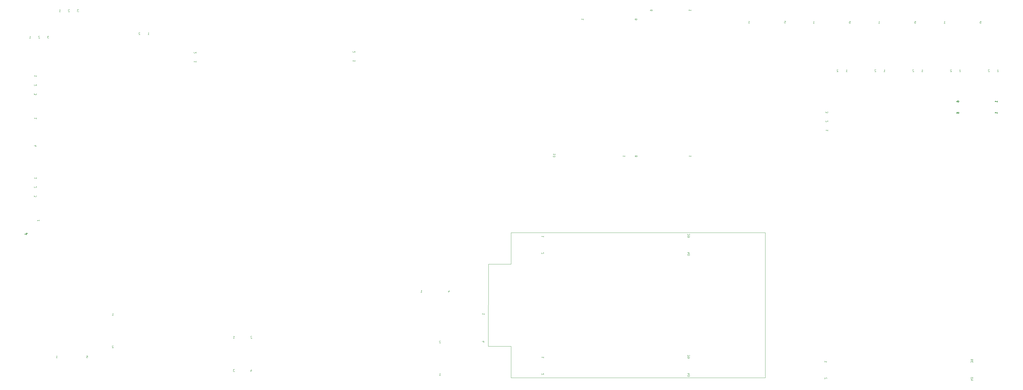
<source format=gbr>
%TF.GenerationSoftware,KiCad,Pcbnew,(5.1.9-16-g1737927814)-1*%
%TF.CreationDate,2021-03-30T16:26:50-04:00*%
%TF.ProjectId,Ventilator,56656e74-696c-4617-946f-722e6b696361,A*%
%TF.SameCoordinates,Original*%
%TF.FileFunction,Legend,Bot*%
%TF.FilePolarity,Positive*%
%FSLAX46Y46*%
G04 Gerber Fmt 4.6, Leading zero omitted, Abs format (unit mm)*
G04 Created by KiCad (PCBNEW (5.1.9-16-g1737927814)-1) date 2021-03-30 16:26:50*
%MOMM*%
%LPD*%
G01*
G04 APERTURE LIST*
%ADD10C,0.050000*%
%ADD11C,0.120000*%
%ADD12C,0.150000*%
G04 APERTURE END LIST*
D10*
%TO.C,H15*%
X269415000Y-173101000D02*
X269415000Y-125101000D01*
X269415000Y-173101000D02*
X185415000Y-173101000D01*
X269415000Y-125101000D02*
X185415000Y-125101000D01*
X185415000Y-125101000D02*
X185415000Y-135501000D01*
X185415000Y-173101000D02*
X185415000Y-162701000D01*
X185415000Y-162701000D02*
X177915000Y-162701000D01*
X185415000Y-135523000D02*
X177915000Y-135523000D01*
X177903000Y-162701000D02*
X177915000Y-135523000D01*
%TO.C,J40*%
D11*
X340333333Y-55116666D02*
X340666666Y-55116666D01*
X340700000Y-55450000D01*
X340666666Y-55416666D01*
X340600000Y-55383333D01*
X340433333Y-55383333D01*
X340366666Y-55416666D01*
X340333333Y-55450000D01*
X340300000Y-55516666D01*
X340300000Y-55683333D01*
X340333333Y-55750000D01*
X340366666Y-55783333D01*
X340433333Y-55816666D01*
X340600000Y-55816666D01*
X340666666Y-55783333D01*
X340700000Y-55750000D01*
X328400000Y-55816666D02*
X328800000Y-55816666D01*
X328600000Y-55816666D02*
X328600000Y-55116666D01*
X328666666Y-55216666D01*
X328733333Y-55283333D01*
X328800000Y-55316666D01*
%TO.C,J41*%
X318733333Y-55116666D02*
X319066666Y-55116666D01*
X319100000Y-55450000D01*
X319066666Y-55416666D01*
X319000000Y-55383333D01*
X318833333Y-55383333D01*
X318766666Y-55416666D01*
X318733333Y-55450000D01*
X318700000Y-55516666D01*
X318700000Y-55683333D01*
X318733333Y-55750000D01*
X318766666Y-55783333D01*
X318833333Y-55816666D01*
X319000000Y-55816666D01*
X319066666Y-55783333D01*
X319100000Y-55750000D01*
X306800000Y-55816666D02*
X307200000Y-55816666D01*
X307000000Y-55816666D02*
X307000000Y-55116666D01*
X307066666Y-55216666D01*
X307133333Y-55283333D01*
X307200000Y-55316666D01*
%TO.C,J42*%
X297133333Y-55116666D02*
X297466666Y-55116666D01*
X297500000Y-55450000D01*
X297466666Y-55416666D01*
X297400000Y-55383333D01*
X297233333Y-55383333D01*
X297166666Y-55416666D01*
X297133333Y-55450000D01*
X297100000Y-55516666D01*
X297100000Y-55683333D01*
X297133333Y-55750000D01*
X297166666Y-55783333D01*
X297233333Y-55816666D01*
X297400000Y-55816666D01*
X297466666Y-55783333D01*
X297500000Y-55750000D01*
X285200000Y-55816666D02*
X285600000Y-55816666D01*
X285400000Y-55816666D02*
X285400000Y-55116666D01*
X285466666Y-55216666D01*
X285533333Y-55283333D01*
X285600000Y-55316666D01*
%TO.C,J43*%
X275733333Y-55066666D02*
X276066666Y-55066666D01*
X276100000Y-55400000D01*
X276066666Y-55366666D01*
X276000000Y-55333333D01*
X275833333Y-55333333D01*
X275766666Y-55366666D01*
X275733333Y-55400000D01*
X275700000Y-55466666D01*
X275700000Y-55633333D01*
X275733333Y-55700000D01*
X275766666Y-55733333D01*
X275833333Y-55766666D01*
X276000000Y-55766666D01*
X276066666Y-55733333D01*
X276100000Y-55700000D01*
X263800000Y-55766666D02*
X264200000Y-55766666D01*
X264000000Y-55766666D02*
X264000000Y-55066666D01*
X264066666Y-55166666D01*
X264133333Y-55233333D01*
X264200000Y-55266666D01*
%TO.C,J10*%
X176100000Y-161233333D02*
X176566666Y-161233333D01*
X175833333Y-161066666D02*
X176333333Y-160900000D01*
X176333333Y-161333333D01*
X176566666Y-152200000D02*
X176566666Y-151800000D01*
X176566666Y-152000000D02*
X175866666Y-152000000D01*
X175966666Y-151933333D01*
X176033333Y-151866666D01*
X176066666Y-151800000D01*
%TO.C,J38*%
D12*
X25085714Y-125309523D02*
X25752380Y-125309523D01*
X24704761Y-125547619D02*
X25419047Y-125785714D01*
X25419047Y-125166666D01*
D11*
X29566666Y-120800000D02*
X29566666Y-121200000D01*
X29566666Y-121000000D02*
X28866666Y-121000000D01*
X28966666Y-121066666D01*
X29033333Y-121133333D01*
X29066666Y-121200000D01*
%TO.C,J39*%
X164716666Y-144350000D02*
X164716666Y-144816666D01*
X164883333Y-144083333D02*
X165050000Y-144583333D01*
X164616666Y-144583333D01*
X155550000Y-144816666D02*
X155950000Y-144816666D01*
X155750000Y-144816666D02*
X155750000Y-144116666D01*
X155816666Y-144216666D01*
X155883333Y-144283333D01*
X155950000Y-144316666D01*
%TO.C,J49*%
X28100000Y-96483333D02*
X28566666Y-96483333D01*
X27833333Y-96316666D02*
X28333333Y-96150000D01*
X28333333Y-96583333D01*
X28566666Y-87450000D02*
X28566666Y-87050000D01*
X28566666Y-87250000D02*
X27866666Y-87250000D01*
X27966666Y-87183333D01*
X28033333Y-87116666D01*
X28066666Y-87050000D01*
%TO.C,J1*%
X32683334Y-60011667D02*
X32250001Y-60011667D01*
X32483334Y-60278334D01*
X32383334Y-60278334D01*
X32316667Y-60311667D01*
X32283334Y-60345001D01*
X32250001Y-60411667D01*
X32250001Y-60578334D01*
X32283334Y-60645001D01*
X32316667Y-60678334D01*
X32383334Y-60711667D01*
X32583334Y-60711667D01*
X32650001Y-60678334D01*
X32683334Y-60645001D01*
X29650001Y-60078334D02*
X29616667Y-60045001D01*
X29550001Y-60011667D01*
X29383334Y-60011667D01*
X29316667Y-60045001D01*
X29283334Y-60078334D01*
X29250001Y-60145001D01*
X29250001Y-60211667D01*
X29283334Y-60311667D01*
X29683334Y-60711667D01*
X29250001Y-60711667D01*
X26250001Y-60711667D02*
X26650001Y-60711667D01*
X26450001Y-60711667D02*
X26450001Y-60011667D01*
X26516667Y-60111667D01*
X26583334Y-60178334D01*
X26650001Y-60211667D01*
%TO.C,J2*%
X42533333Y-51266666D02*
X42100000Y-51266666D01*
X42333333Y-51533333D01*
X42233333Y-51533333D01*
X42166666Y-51566666D01*
X42133333Y-51600000D01*
X42100000Y-51666666D01*
X42100000Y-51833333D01*
X42133333Y-51900000D01*
X42166666Y-51933333D01*
X42233333Y-51966666D01*
X42433333Y-51966666D01*
X42500000Y-51933333D01*
X42533333Y-51900000D01*
X39500000Y-51333333D02*
X39466666Y-51300000D01*
X39400000Y-51266666D01*
X39233333Y-51266666D01*
X39166666Y-51300000D01*
X39133333Y-51333333D01*
X39100000Y-51400000D01*
X39100000Y-51466666D01*
X39133333Y-51566666D01*
X39533333Y-51966666D01*
X39100000Y-51966666D01*
X36100000Y-51966666D02*
X36500000Y-51966666D01*
X36300000Y-51966666D02*
X36300000Y-51266666D01*
X36366666Y-51366666D01*
X36433333Y-51433333D01*
X36500000Y-51466666D01*
%TO.C,J30*%
X289366666Y-85016666D02*
X289366666Y-85450000D01*
X289633333Y-85216666D01*
X289633333Y-85316666D01*
X289666666Y-85383333D01*
X289700000Y-85416666D01*
X289766666Y-85450000D01*
X289933333Y-85450000D01*
X290000000Y-85416666D01*
X290033333Y-85383333D01*
X290066666Y-85316666D01*
X290066666Y-85116666D01*
X290033333Y-85050000D01*
X290000000Y-85016666D01*
X289433333Y-88050000D02*
X289400000Y-88083333D01*
X289366666Y-88150000D01*
X289366666Y-88316666D01*
X289400000Y-88383333D01*
X289433333Y-88416666D01*
X289500000Y-88450000D01*
X289566666Y-88450000D01*
X289666666Y-88416666D01*
X290066666Y-88016666D01*
X290066666Y-88450000D01*
X290066666Y-91450000D02*
X290066666Y-91050000D01*
X290066666Y-91250000D02*
X289366666Y-91250000D01*
X289466666Y-91183333D01*
X289533333Y-91116666D01*
X289566666Y-91050000D01*
%TO.C,J37*%
X27866666Y-112766666D02*
X27866666Y-113200000D01*
X28133333Y-112966666D01*
X28133333Y-113066666D01*
X28166666Y-113133333D01*
X28200000Y-113166666D01*
X28266666Y-113200000D01*
X28433333Y-113200000D01*
X28500000Y-113166666D01*
X28533333Y-113133333D01*
X28566666Y-113066666D01*
X28566666Y-112866666D01*
X28533333Y-112800000D01*
X28500000Y-112766666D01*
X27933333Y-109800000D02*
X27900000Y-109833333D01*
X27866666Y-109900000D01*
X27866666Y-110066666D01*
X27900000Y-110133333D01*
X27933333Y-110166666D01*
X28000000Y-110200000D01*
X28066666Y-110200000D01*
X28166666Y-110166666D01*
X28566666Y-109766666D01*
X28566666Y-110200000D01*
X28566666Y-107200000D02*
X28566666Y-106800000D01*
X28566666Y-107000000D02*
X27866666Y-107000000D01*
X27966666Y-106933333D01*
X28033333Y-106866666D01*
X28066666Y-106800000D01*
%TO.C,J48*%
X27866666Y-79016666D02*
X27866666Y-79450000D01*
X28133333Y-79216666D01*
X28133333Y-79316666D01*
X28166666Y-79383333D01*
X28200000Y-79416666D01*
X28266666Y-79450000D01*
X28433333Y-79450000D01*
X28500000Y-79416666D01*
X28533333Y-79383333D01*
X28566666Y-79316666D01*
X28566666Y-79116666D01*
X28533333Y-79050000D01*
X28500000Y-79016666D01*
X27933333Y-76050000D02*
X27900000Y-76083333D01*
X27866666Y-76150000D01*
X27866666Y-76316666D01*
X27900000Y-76383333D01*
X27933333Y-76416666D01*
X28000000Y-76450000D01*
X28066666Y-76450000D01*
X28166666Y-76416666D01*
X28566666Y-76016666D01*
X28566666Y-76450000D01*
X28566666Y-73450000D02*
X28566666Y-73050000D01*
X28566666Y-73250000D02*
X27866666Y-73250000D01*
X27966666Y-73183333D01*
X28033333Y-73116666D01*
X28066666Y-73050000D01*
%TO.C,J53*%
X65400000Y-59566666D02*
X65800000Y-59566666D01*
X65600000Y-59566666D02*
X65600000Y-58866666D01*
X65666666Y-58966666D01*
X65733333Y-59033333D01*
X65800000Y-59066666D01*
X62800000Y-58933333D02*
X62766666Y-58900000D01*
X62700000Y-58866666D01*
X62533333Y-58866666D01*
X62466666Y-58900000D01*
X62433333Y-58933333D01*
X62400000Y-59000000D01*
X62400000Y-59066666D01*
X62433333Y-59166666D01*
X62833333Y-59566666D01*
X62400000Y-59566666D01*
%TO.C,J47*%
X133183333Y-65050000D02*
X133150000Y-65083333D01*
X133116666Y-65150000D01*
X133116666Y-65316666D01*
X133150000Y-65383333D01*
X133183333Y-65416666D01*
X133250000Y-65450000D01*
X133316666Y-65450000D01*
X133416666Y-65416666D01*
X133816666Y-65016666D01*
X133816666Y-65450000D01*
X133816666Y-68450000D02*
X133816666Y-68050000D01*
X133816666Y-68250000D02*
X133116666Y-68250000D01*
X133216666Y-68183333D01*
X133283333Y-68116666D01*
X133316666Y-68050000D01*
%TO.C,J36*%
X80683333Y-65300000D02*
X80650000Y-65333333D01*
X80616666Y-65400000D01*
X80616666Y-65566666D01*
X80650000Y-65633333D01*
X80683333Y-65666666D01*
X80750000Y-65700000D01*
X80816666Y-65700000D01*
X80916666Y-65666666D01*
X81316666Y-65266666D01*
X81316666Y-65700000D01*
X81316666Y-68700000D02*
X81316666Y-68300000D01*
X81316666Y-68500000D02*
X80616666Y-68500000D01*
X80716666Y-68433333D01*
X80783333Y-68366666D01*
X80816666Y-68300000D01*
%TO.C,J31*%
X343450000Y-71183333D02*
X343416666Y-71150000D01*
X343350000Y-71116666D01*
X343183333Y-71116666D01*
X343116666Y-71150000D01*
X343083333Y-71183333D01*
X343050000Y-71250000D01*
X343050000Y-71316666D01*
X343083333Y-71416666D01*
X343483333Y-71816666D01*
X343050000Y-71816666D01*
X346450000Y-71816666D02*
X346050000Y-71816666D01*
X346250000Y-71816666D02*
X346250000Y-71116666D01*
X346183333Y-71216666D01*
X346116666Y-71283333D01*
X346050000Y-71316666D01*
%TO.C,J32*%
X293450000Y-71183333D02*
X293416666Y-71150000D01*
X293350000Y-71116666D01*
X293183333Y-71116666D01*
X293116666Y-71150000D01*
X293083333Y-71183333D01*
X293050000Y-71250000D01*
X293050000Y-71316666D01*
X293083333Y-71416666D01*
X293483333Y-71816666D01*
X293050000Y-71816666D01*
X296050000Y-71816666D02*
X296450000Y-71816666D01*
X296250000Y-71816666D02*
X296250000Y-71116666D01*
X296316666Y-71216666D01*
X296383333Y-71283333D01*
X296450000Y-71316666D01*
%TO.C,J33*%
X330950000Y-71183333D02*
X330916666Y-71150000D01*
X330850000Y-71116666D01*
X330683333Y-71116666D01*
X330616666Y-71150000D01*
X330583333Y-71183333D01*
X330550000Y-71250000D01*
X330550000Y-71316666D01*
X330583333Y-71416666D01*
X330983333Y-71816666D01*
X330550000Y-71816666D01*
X333950000Y-71816666D02*
X333550000Y-71816666D01*
X333750000Y-71816666D02*
X333750000Y-71116666D01*
X333683333Y-71216666D01*
X333616666Y-71283333D01*
X333550000Y-71316666D01*
%TO.C,J34*%
X318450000Y-71183333D02*
X318416666Y-71150000D01*
X318350000Y-71116666D01*
X318183333Y-71116666D01*
X318116666Y-71150000D01*
X318083333Y-71183333D01*
X318050000Y-71250000D01*
X318050000Y-71316666D01*
X318083333Y-71416666D01*
X318483333Y-71816666D01*
X318050000Y-71816666D01*
X321050000Y-71816666D02*
X321450000Y-71816666D01*
X321250000Y-71816666D02*
X321250000Y-71116666D01*
X321316666Y-71216666D01*
X321383333Y-71283333D01*
X321450000Y-71316666D01*
%TO.C,J35*%
X305950000Y-71183333D02*
X305916666Y-71150000D01*
X305850000Y-71116666D01*
X305683333Y-71116666D01*
X305616666Y-71150000D01*
X305583333Y-71183333D01*
X305550000Y-71250000D01*
X305550000Y-71316666D01*
X305583333Y-71416666D01*
X305983333Y-71816666D01*
X305550000Y-71816666D01*
X308550000Y-71816666D02*
X308950000Y-71816666D01*
X308750000Y-71816666D02*
X308750000Y-71116666D01*
X308816666Y-71216666D01*
X308883333Y-71283333D01*
X308950000Y-71316666D01*
%TO.C,J44*%
X99416666Y-170550000D02*
X99416666Y-171016666D01*
X99583333Y-170283333D02*
X99750000Y-170783333D01*
X99316666Y-170783333D01*
X94033333Y-170316666D02*
X93600000Y-170316666D01*
X93833333Y-170583333D01*
X93733333Y-170583333D01*
X93666666Y-170616666D01*
X93633333Y-170650000D01*
X93600000Y-170716666D01*
X93600000Y-170883333D01*
X93633333Y-170950000D01*
X93666666Y-170983333D01*
X93733333Y-171016666D01*
X93933333Y-171016666D01*
X94000000Y-170983333D01*
X94033333Y-170950000D01*
X99750000Y-159383333D02*
X99716666Y-159350000D01*
X99650000Y-159316666D01*
X99483333Y-159316666D01*
X99416666Y-159350000D01*
X99383333Y-159383333D01*
X99350000Y-159450000D01*
X99350000Y-159516666D01*
X99383333Y-159616666D01*
X99783333Y-160016666D01*
X99350000Y-160016666D01*
X93600000Y-160016666D02*
X94000000Y-160016666D01*
X93800000Y-160016666D02*
X93800000Y-159316666D01*
X93866666Y-159416666D01*
X93933333Y-159483333D01*
X94000000Y-159516666D01*
%TO.C,J54*%
X162100000Y-160933333D02*
X162066666Y-160900000D01*
X162000000Y-160866666D01*
X161833333Y-160866666D01*
X161766666Y-160900000D01*
X161733333Y-160933333D01*
X161700000Y-161000000D01*
X161700000Y-161066666D01*
X161733333Y-161166666D01*
X162133333Y-161566666D01*
X161700000Y-161566666D01*
X161700000Y-172316666D02*
X162100000Y-172316666D01*
X161900000Y-172316666D02*
X161900000Y-171616666D01*
X161966666Y-171716666D01*
X162033333Y-171783333D01*
X162100000Y-171816666D01*
%TO.C,J45*%
X54000000Y-162533333D02*
X53966666Y-162500000D01*
X53900000Y-162466666D01*
X53733333Y-162466666D01*
X53666666Y-162500000D01*
X53633333Y-162533333D01*
X53600000Y-162600000D01*
X53600000Y-162666666D01*
X53633333Y-162766666D01*
X54033333Y-163166666D01*
X53600000Y-163166666D01*
X53600000Y-152416666D02*
X54000000Y-152416666D01*
X53800000Y-152416666D02*
X53800000Y-151716666D01*
X53866666Y-151816666D01*
X53933333Y-151883333D01*
X54000000Y-151916666D01*
%TO.C,J8*%
X337770000Y-173680000D02*
X337303333Y-173680000D01*
X338036666Y-173846666D02*
X337536666Y-174013333D01*
X337536666Y-173580000D01*
X338003333Y-173180000D02*
X338003333Y-173113333D01*
X337970000Y-173046666D01*
X337936666Y-173013333D01*
X337870000Y-172980000D01*
X337736666Y-172946666D01*
X337570000Y-172946666D01*
X337436666Y-172980000D01*
X337370000Y-173013333D01*
X337336666Y-173046666D01*
X337303333Y-173113333D01*
X337303333Y-173180000D01*
X337336666Y-173246666D01*
X337370000Y-173280000D01*
X337436666Y-173313333D01*
X337570000Y-173346666D01*
X337736666Y-173346666D01*
X337870000Y-173313333D01*
X337936666Y-173280000D01*
X337970000Y-173246666D01*
X338003333Y-173180000D01*
X338003333Y-168046666D02*
X338003333Y-167613333D01*
X337736666Y-167846666D01*
X337736666Y-167746666D01*
X337703333Y-167680000D01*
X337670000Y-167646666D01*
X337603333Y-167613333D01*
X337436666Y-167613333D01*
X337370000Y-167646666D01*
X337336666Y-167680000D01*
X337303333Y-167746666D01*
X337303333Y-167946666D01*
X337336666Y-168013333D01*
X337370000Y-168046666D01*
X337303333Y-167280000D02*
X337303333Y-167146666D01*
X337336666Y-167080000D01*
X337370000Y-167046666D01*
X337470000Y-166980000D01*
X337603333Y-166946666D01*
X337870000Y-166946666D01*
X337936666Y-166980000D01*
X337970000Y-167013333D01*
X338003333Y-167080000D01*
X338003333Y-167213333D01*
X337970000Y-167280000D01*
X337936666Y-167313333D01*
X337870000Y-167346666D01*
X337703333Y-167346666D01*
X337636666Y-167313333D01*
X337603333Y-167280000D01*
X337570000Y-167213333D01*
X337570000Y-167080000D01*
X337603333Y-167013333D01*
X337636666Y-166980000D01*
X337703333Y-166946666D01*
X289686666Y-173430000D02*
X289720000Y-173396666D01*
X289753333Y-173330000D01*
X289753333Y-173163333D01*
X289720000Y-173096666D01*
X289686666Y-173063333D01*
X289620000Y-173030000D01*
X289553333Y-173030000D01*
X289453333Y-173063333D01*
X289053333Y-173463333D01*
X289053333Y-173030000D01*
X289053333Y-167530000D02*
X289053333Y-167930000D01*
X289053333Y-167730000D02*
X289753333Y-167730000D01*
X289653333Y-167796666D01*
X289586666Y-167863333D01*
X289553333Y-167930000D01*
%TO.C,J4*%
X226626666Y-54433333D02*
X226593333Y-54366666D01*
X226560000Y-54333333D01*
X226493333Y-54300000D01*
X226460000Y-54300000D01*
X226393333Y-54333333D01*
X226360000Y-54366666D01*
X226326666Y-54433333D01*
X226326666Y-54566666D01*
X226360000Y-54633333D01*
X226393333Y-54666666D01*
X226460000Y-54700000D01*
X226493333Y-54700000D01*
X226560000Y-54666666D01*
X226593333Y-54633333D01*
X226626666Y-54566666D01*
X226626666Y-54433333D01*
X226660000Y-54366666D01*
X226693333Y-54333333D01*
X226760000Y-54300000D01*
X226893333Y-54300000D01*
X226960000Y-54333333D01*
X226993333Y-54366666D01*
X227026666Y-54433333D01*
X227026666Y-54566666D01*
X226993333Y-54633333D01*
X226960000Y-54666666D01*
X226893333Y-54700000D01*
X226760000Y-54700000D01*
X226693333Y-54666666D01*
X226660000Y-54633333D01*
X226626666Y-54566666D01*
X209276666Y-54700000D02*
X209276666Y-54300000D01*
X209276666Y-54500000D02*
X208576666Y-54500000D01*
X208676666Y-54433333D01*
X208743333Y-54366666D01*
X208776666Y-54300000D01*
%TO.C,J5*%
X244816666Y-51700000D02*
X244816666Y-51300000D01*
X244816666Y-51500000D02*
X244116666Y-51500000D01*
X244216666Y-51433333D01*
X244283333Y-51366666D01*
X244316666Y-51300000D01*
X231366666Y-51633333D02*
X231366666Y-51500000D01*
X231400000Y-51433333D01*
X231433333Y-51400000D01*
X231533333Y-51333333D01*
X231666666Y-51300000D01*
X231933333Y-51300000D01*
X232000000Y-51333333D01*
X232033333Y-51366666D01*
X232066666Y-51433333D01*
X232066666Y-51566666D01*
X232033333Y-51633333D01*
X232000000Y-51666666D01*
X231933333Y-51700000D01*
X231766666Y-51700000D01*
X231700000Y-51666666D01*
X231666666Y-51633333D01*
X231633333Y-51566666D01*
X231633333Y-51433333D01*
X231666666Y-51366666D01*
X231700000Y-51333333D01*
X231766666Y-51300000D01*
%TO.C,J6*%
X222987666Y-99959000D02*
X222987666Y-99559000D01*
X222987666Y-99759000D02*
X222287666Y-99759000D01*
X222387666Y-99692333D01*
X222454333Y-99625666D01*
X222487666Y-99559000D01*
X199987666Y-99375666D02*
X199987666Y-98975666D01*
X199987666Y-99175666D02*
X199287666Y-99175666D01*
X199387666Y-99109000D01*
X199454333Y-99042333D01*
X199487666Y-98975666D01*
X199287666Y-99809000D02*
X199287666Y-99875666D01*
X199321000Y-99942333D01*
X199354333Y-99975666D01*
X199421000Y-100009000D01*
X199554333Y-100042333D01*
X199721000Y-100042333D01*
X199854333Y-100009000D01*
X199921000Y-99975666D01*
X199954333Y-99942333D01*
X199987666Y-99875666D01*
X199987666Y-99809000D01*
X199954333Y-99742333D01*
X199921000Y-99709000D01*
X199854333Y-99675666D01*
X199721000Y-99642333D01*
X199554333Y-99642333D01*
X199421000Y-99675666D01*
X199354333Y-99709000D01*
X199321000Y-99742333D01*
X199287666Y-99809000D01*
%TO.C,J7*%
X244831666Y-99959000D02*
X244831666Y-99559000D01*
X244831666Y-99759000D02*
X244131666Y-99759000D01*
X244231666Y-99692333D01*
X244298333Y-99625666D01*
X244331666Y-99559000D01*
X226681666Y-99692333D02*
X226648333Y-99625666D01*
X226615000Y-99592333D01*
X226548333Y-99559000D01*
X226515000Y-99559000D01*
X226448333Y-99592333D01*
X226415000Y-99625666D01*
X226381666Y-99692333D01*
X226381666Y-99825666D01*
X226415000Y-99892333D01*
X226448333Y-99925666D01*
X226515000Y-99959000D01*
X226548333Y-99959000D01*
X226615000Y-99925666D01*
X226648333Y-99892333D01*
X226681666Y-99825666D01*
X226681666Y-99692333D01*
X226715000Y-99625666D01*
X226748333Y-99592333D01*
X226815000Y-99559000D01*
X226948333Y-99559000D01*
X227015000Y-99592333D01*
X227048333Y-99625666D01*
X227081666Y-99692333D01*
X227081666Y-99825666D01*
X227048333Y-99892333D01*
X227015000Y-99925666D01*
X226948333Y-99959000D01*
X226815000Y-99959000D01*
X226748333Y-99925666D01*
X226715000Y-99892333D01*
X226681666Y-99825666D01*
%TO.C,J12*%
X196150666Y-126538000D02*
X196150666Y-126138000D01*
X196150666Y-126338000D02*
X195450666Y-126338000D01*
X195550666Y-126271333D01*
X195617333Y-126204666D01*
X195650666Y-126138000D01*
X195517333Y-131638000D02*
X195484000Y-131671333D01*
X195450666Y-131738000D01*
X195450666Y-131904666D01*
X195484000Y-131971333D01*
X195517333Y-132004666D01*
X195584000Y-132038000D01*
X195650666Y-132038000D01*
X195750666Y-132004666D01*
X196150666Y-131604666D01*
X196150666Y-132038000D01*
X243700666Y-125521333D02*
X243700666Y-125954666D01*
X243967333Y-125721333D01*
X243967333Y-125821333D01*
X244000666Y-125888000D01*
X244034000Y-125921333D01*
X244100666Y-125954666D01*
X244267333Y-125954666D01*
X244334000Y-125921333D01*
X244367333Y-125888000D01*
X244400666Y-125821333D01*
X244400666Y-125621333D01*
X244367333Y-125554666D01*
X244334000Y-125521333D01*
X244400666Y-126288000D02*
X244400666Y-126421333D01*
X244367333Y-126488000D01*
X244334000Y-126521333D01*
X244234000Y-126588000D01*
X244100666Y-126621333D01*
X243834000Y-126621333D01*
X243767333Y-126588000D01*
X243734000Y-126554666D01*
X243700666Y-126488000D01*
X243700666Y-126354666D01*
X243734000Y-126288000D01*
X243767333Y-126254666D01*
X243834000Y-126221333D01*
X244000666Y-126221333D01*
X244067333Y-126254666D01*
X244100666Y-126288000D01*
X244134000Y-126354666D01*
X244134000Y-126488000D01*
X244100666Y-126554666D01*
X244067333Y-126588000D01*
X244000666Y-126621333D01*
X243934000Y-131888000D02*
X244400666Y-131888000D01*
X243667333Y-131721333D02*
X244167333Y-131554666D01*
X244167333Y-131988000D01*
X243700666Y-132388000D02*
X243700666Y-132454666D01*
X243734000Y-132521333D01*
X243767333Y-132554666D01*
X243834000Y-132588000D01*
X243967333Y-132621333D01*
X244134000Y-132621333D01*
X244267333Y-132588000D01*
X244334000Y-132554666D01*
X244367333Y-132521333D01*
X244400666Y-132454666D01*
X244400666Y-132388000D01*
X244367333Y-132321333D01*
X244334000Y-132288000D01*
X244267333Y-132254666D01*
X244134000Y-132221333D01*
X243967333Y-132221333D01*
X243834000Y-132254666D01*
X243767333Y-132288000D01*
X243734000Y-132321333D01*
X243700666Y-132388000D01*
%TO.C,J13*%
X243934000Y-171885000D02*
X244400666Y-171885000D01*
X243667333Y-171718333D02*
X244167333Y-171551666D01*
X244167333Y-171985000D01*
X243700666Y-172385000D02*
X243700666Y-172451666D01*
X243734000Y-172518333D01*
X243767333Y-172551666D01*
X243834000Y-172585000D01*
X243967333Y-172618333D01*
X244134000Y-172618333D01*
X244267333Y-172585000D01*
X244334000Y-172551666D01*
X244367333Y-172518333D01*
X244400666Y-172451666D01*
X244400666Y-172385000D01*
X244367333Y-172318333D01*
X244334000Y-172285000D01*
X244267333Y-172251666D01*
X244134000Y-172218333D01*
X243967333Y-172218333D01*
X243834000Y-172251666D01*
X243767333Y-172285000D01*
X243734000Y-172318333D01*
X243700666Y-172385000D01*
X243700666Y-165518333D02*
X243700666Y-165951666D01*
X243967333Y-165718333D01*
X243967333Y-165818333D01*
X244000666Y-165885000D01*
X244034000Y-165918333D01*
X244100666Y-165951666D01*
X244267333Y-165951666D01*
X244334000Y-165918333D01*
X244367333Y-165885000D01*
X244400666Y-165818333D01*
X244400666Y-165618333D01*
X244367333Y-165551666D01*
X244334000Y-165518333D01*
X244400666Y-166285000D02*
X244400666Y-166418333D01*
X244367333Y-166485000D01*
X244334000Y-166518333D01*
X244234000Y-166585000D01*
X244100666Y-166618333D01*
X243834000Y-166618333D01*
X243767333Y-166585000D01*
X243734000Y-166551666D01*
X243700666Y-166485000D01*
X243700666Y-166351666D01*
X243734000Y-166285000D01*
X243767333Y-166251666D01*
X243834000Y-166218333D01*
X244000666Y-166218333D01*
X244067333Y-166251666D01*
X244100666Y-166285000D01*
X244134000Y-166351666D01*
X244134000Y-166485000D01*
X244100666Y-166551666D01*
X244067333Y-166585000D01*
X244000666Y-166618333D01*
X195517333Y-171635000D02*
X195484000Y-171668333D01*
X195450666Y-171735000D01*
X195450666Y-171901666D01*
X195484000Y-171968333D01*
X195517333Y-172001666D01*
X195584000Y-172035000D01*
X195650666Y-172035000D01*
X195750666Y-172001666D01*
X196150666Y-171601666D01*
X196150666Y-172035000D01*
X196150666Y-166535000D02*
X196150666Y-166135000D01*
X196150666Y-166335000D02*
X195450666Y-166335000D01*
X195550666Y-166268333D01*
X195617333Y-166201666D01*
X195650666Y-166135000D01*
%TO.C,J46*%
X35100000Y-166466666D02*
X35500000Y-166466666D01*
X35300000Y-166466666D02*
X35300000Y-165766666D01*
X35366666Y-165866666D01*
X35433333Y-165933333D01*
X35500000Y-165966666D01*
X45133333Y-165766666D02*
X45466666Y-165766666D01*
X45500000Y-166100000D01*
X45466666Y-166066666D01*
X45400000Y-166033333D01*
X45233333Y-166033333D01*
X45166666Y-166066666D01*
X45133333Y-166100000D01*
X45100000Y-166166666D01*
X45100000Y-166333333D01*
X45133333Y-166400000D01*
X45166666Y-166433333D01*
X45233333Y-166466666D01*
X45400000Y-166466666D01*
X45466666Y-166433333D01*
X45500000Y-166400000D01*
%TO.C,J51*%
D12*
X332666666Y-85583333D02*
X332666666Y-85450000D01*
X332700000Y-85383333D01*
X332733333Y-85350000D01*
X332833333Y-85283333D01*
X332966666Y-85250000D01*
X333233333Y-85250000D01*
X333300000Y-85283333D01*
X333333333Y-85316666D01*
X333366666Y-85383333D01*
X333366666Y-85516666D01*
X333333333Y-85583333D01*
X333300000Y-85616666D01*
X333233333Y-85650000D01*
X333066666Y-85650000D01*
X333000000Y-85616666D01*
X332966666Y-85583333D01*
X332933333Y-85516666D01*
X332933333Y-85383333D01*
X332966666Y-85316666D01*
X333000000Y-85283333D01*
X333066666Y-85250000D01*
X346066666Y-85650000D02*
X346066666Y-85250000D01*
X346066666Y-85450000D02*
X345366666Y-85450000D01*
X345466666Y-85383333D01*
X345533333Y-85316666D01*
X345566666Y-85250000D01*
%TO.C,J52*%
X346066666Y-81900000D02*
X346066666Y-81500000D01*
X346066666Y-81700000D02*
X345366666Y-81700000D01*
X345466666Y-81633333D01*
X345533333Y-81566666D01*
X345566666Y-81500000D01*
X332666666Y-81833333D02*
X332666666Y-81700000D01*
X332700000Y-81633333D01*
X332733333Y-81600000D01*
X332833333Y-81533333D01*
X332966666Y-81500000D01*
X333233333Y-81500000D01*
X333300000Y-81533333D01*
X333333333Y-81566666D01*
X333366666Y-81633333D01*
X333366666Y-81766666D01*
X333333333Y-81833333D01*
X333300000Y-81866666D01*
X333233333Y-81900000D01*
X333066666Y-81900000D01*
X333000000Y-81866666D01*
X332966666Y-81833333D01*
X332933333Y-81766666D01*
X332933333Y-81633333D01*
X332966666Y-81566666D01*
X333000000Y-81533333D01*
X333066666Y-81500000D01*
%TD*%
M02*

</source>
